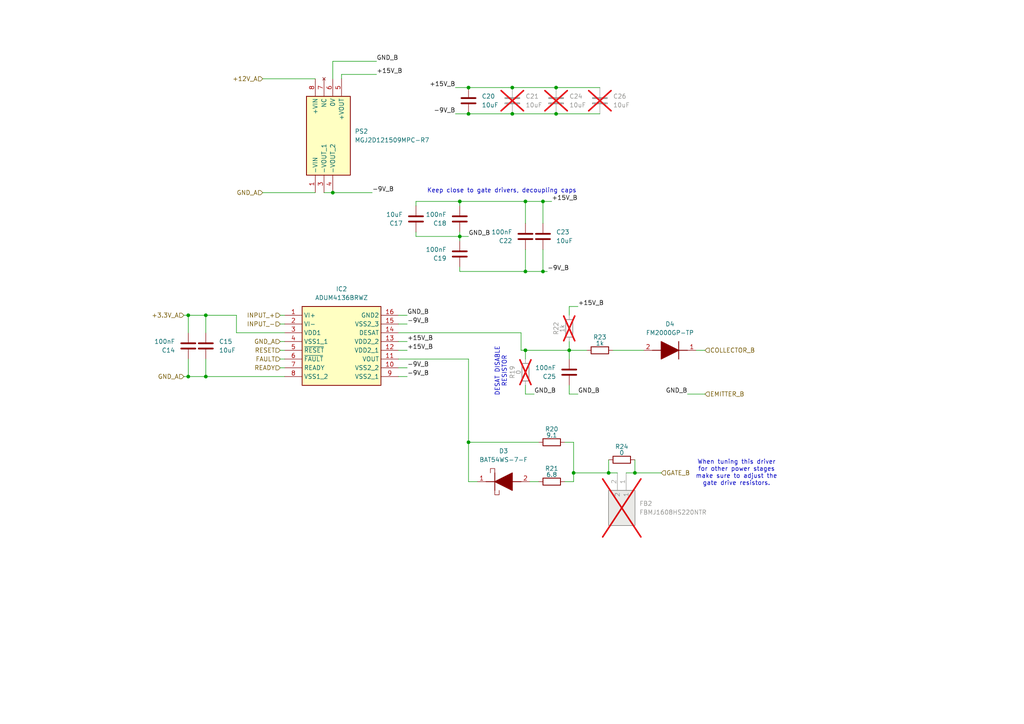
<source format=kicad_sch>
(kicad_sch (version 20250114) (generator "eeschema") (generator_version "9.0")
  (paper "A4")
  (lib_symbols
    (symbol "Device:C" (pin_numbers (hide yes)) (pin_names (offset 0.254))
      (property "Reference" "C" (at 0.635 2.54 0))
      (property "Value" "C" (at 0.635 -2.54 0))
      (symbol "C_0_1"
        (polyline (pts (xy -2.032 0.762) (xy 2.032 0.762)) (stroke (width 0.508)))
        (polyline (pts (xy -2.032 -0.762) (xy 2.032 -0.762)) (stroke (width 0.508)))
      )
      (symbol "C_1_1"
        (pin passive line (at 0 3.81 270) (length 2.794) (name "~") (number "1"))
        (pin passive line (at 0 -3.81 90) (length 2.794) (name "~") (number "2"))
      )
    )
    (symbol "Device:R" (pin_numbers (hide yes)) (pin_names (offset 0))
      (property "Reference" "R" (at 2.032 0 90))
      (property "Value" "R" (at 0 0 90))
      (symbol "R_0_1"
        (rectangle (start -1.016 -2.54) (end 1.016 2.54) (stroke (width 0.254)))
      )
      (symbol "R_1_1"
        (pin passive line (at 0 3.81 270) (length 1.27) (name "~") (number "1"))
        (pin passive line (at 0 -3.81 90) (length 1.27) (name "~") (number "2"))
      )
    )
    (symbol "InverterCom:ADUM4136BRWZ"
      (property "Reference" "IC" (at 29.21 7.62 0))
      (property "Value" "ADUM4136BRWZ" (at 29.21 5.08 0))
      (symbol "ADUM4136BRWZ_1_1"
        (rectangle (start 5.08 2.54) (end 27.94 -20.32) (stroke (width 0.254)) (fill (type background)))
        (pin input line (at 0 0 0) (length 5.08) (name "VI+") (number "1"))
        (pin input line (at 0 -2.54 0) (length 5.08) (name "VI-") (number "2"))
        (pin power_in line (at 0 -5.08 0) (length 5.08) (name "VDD1") (number "3"))
        (pin power_in line (at 0 -7.62 0) (length 5.08) (name "VSS1_1") (number "4"))
        (pin input line (at 0 -10.16 0) (length 5.08) (name "~{RESET}") (number "5"))
        (pin open_collector line (at 0 -12.7 0) (length 5.08) (name "~{FAULT}") (number "6"))
        (pin open_collector line (at 0 -15.24 0) (length 5.08) (name "READY") (number "7"))
        (pin power_in line (at 0 -17.78 0) (length 5.08) (name "VSS1_2") (number "8"))
        (pin power_in line (at 33.02 0 180) (length 5.08) (name "GND2") (number "16"))
        (pin power_in line (at 33.02 -2.54 180) (length 5.08) (name "VSS2_3") (number "15"))
        (pin input line (at 33.02 -5.08 180) (length 5.08) (name "DESAT") (number "14"))
        (pin power_in line (at 33.02 -7.62 180) (length 5.08) (name "VDD2_2") (number "13"))
        (pin power_in line (at 33.02 -10.16 180) (length 5.08) (name "VDD2_1") (number "12"))
        (pin output line (at 33.02 -12.7 180) (length 5.08) (name "VOUT") (number "11"))
        (pin power_in line (at 33.02 -15.24 180) (length 5.08) (name "VSS2_2") (number "10"))
        (pin power_in line (at 33.02 -17.78 180) (length 5.08) (name "VSS2_1") (number "9"))
      )
    )
    (symbol "InverterCom:BAT54WS-7-F" (pin_names (hide yes))
      (property "Reference" "D" (at 11.43 5.08 0))
      (property "Value" "BAT54WS-7-F" (at 11.43 2.54 0))
      (symbol "BAT54WS-7-F_0_1"
        (polyline (pts (xy 5.08 2.54) (xy 5.08 3.81) (xy 3.81 3.81) (xy 3.81 2.54)))
        (polyline (pts (xy 5.08 -2.54) (xy 5.08 -3.81) (xy 6.35 -3.81) (xy 6.35 -2.54)))
      )
      (symbol "BAT54WS-7-F_1_1"
        (polyline (pts (xy 2.54 0) (xy 5.08 0)) (stroke (width 0.254)))
        (polyline (pts (xy 5.08 2.54) (xy 5.08 -2.54)) (stroke (width 0.254)))
        (polyline (pts (xy 5.08 0) (xy 10.16 2.54) (xy 10.16 -2.54) (xy 5.08 0)) (stroke (width 0.254)) (fill (type outline)))
        (polyline (pts (xy 10.16 0) (xy 12.7 0)) (stroke (width 0.254)))
        (pin passive line (at 0 0 0) (length 2.54) (name "K") (number "1"))
        (pin passive line (at 15.24 0 180) (length 2.54) (name "A") (number "2"))
      )
    )
    (symbol "InverterCom:FBMJ1608HS220NTR"
      (property "Reference" "FB" (at 16.51 7.62 0))
      (property "Value" "FBMJ1608HS220NTR" (at 16.51 5.08 0))
      (symbol "FBMJ1608HS220NTR_1_1"
        (rectangle (start 5.08 2.54) (end 15.24 -5.08) (stroke (width 0.254)) (fill (type background)))
        (pin passive line (at 0 0 0) (length 5.08) (name "1") (number "1"))
        (pin passive line (at 0 -2.54 0) (length 5.08) (name "2") (number "2"))
      )
    )
    (symbol "InverterCom:FM2000GP-TP" (pin_names (hide yes))
      (property "Reference" "D" (at 11.43 5.08 0))
      (property "Value" "FM2000GP-TP" (at 11.43 2.54 0))
      (symbol "FM2000GP-TP_1_1"
        (polyline (pts (xy 2.54 0) (xy 5.08 0)) (stroke (width 0.254)))
        (polyline (pts (xy 5.08 2.54) (xy 5.08 -2.54)) (stroke (width 0.254)))
        (polyline (pts (xy 5.08 0) (xy 10.16 2.54) (xy 10.16 -2.54) (xy 5.08 0)) (stroke (width 0.254)) (fill (type outline)))
        (polyline (pts (xy 10.16 0) (xy 12.7 0)) (stroke (width 0.254)))
        (pin passive line (at 0 0 0) (length 2.54) (name "K") (number "1"))
        (pin passive line (at 15.24 0 180) (length 2.54) (name "A") (number "2"))
      )
    )
    (symbol "InverterCom:MGJ2D121509MPC-R7"
      (property "Reference" "PS" (at 29.21 7.62 0))
      (property "Value" "MGJ2D121509MPC-R7" (at 29.21 5.08 0))
      (symbol "MGJ2D121509MPC-R7_1_1"
        (rectangle (start 5.08 2.54) (end 27.94 -10.16) (stroke (width 0.254)) (fill (type background)))
        (pin power_in line (at 0 0 0) (length 5.08) (name "-VIN") (number "1"))
        (pin power_out line (at 0 -2.54 0) (length 5.08) (name "-VOUT_1") (number "3"))
        (pin passive line (at 0 -5.08 0) (length 5.08) (name "-VOUT_2") (number "4"))
        (pin power_in line (at 33.02 0 180) (length 5.08) (name "+VIN") (number "8"))
        (pin no_connect line (at 33.02 -2.54 180) (length 5.08) (name "NC") (number "7"))
        (pin power_out line (at 33.02 -5.08 180) (length 5.08) (name "0V") (number "6"))
        (pin power_out line (at 33.02 -7.62 180) (length 5.08) (name "+VOUT") (number "5"))
      )
    )
  )
  (text "DESAT DISABLE\nRESISTOR" (at 145.288 107.696 90) (effects (font (size 1.27 1.27))))
  (text "When tuning this driver\nfor other power stages\nmake sure to adjust the\ngate drive resistors." (at 213.614 137.16 0) (effects (font (size 1.27 1.27))))
  (text "Keep close to gate drivers, decoupling caps" (at 145.542 55.372 0) (effects (font (size 1.27 1.27))))
  (junction (at 161.29 25.4))
  (junction (at 152.4 58.42))
  (junction (at 135.89 33.02))
  (junction (at 176.53 137.16))
  (junction (at 148.59 25.4))
  (junction (at 59.69 109.22))
  (junction (at 133.35 58.42))
  (junction (at 133.35 68.58))
  (junction (at 59.69 91.44))
  (junction (at 96.52 55.88))
  (junction (at 54.61 91.44))
  (junction (at 148.59 33.02))
  (junction (at 135.89 128.27))
  (junction (at 166.37 137.16))
  (junction (at 152.4 101.6))
  (junction (at 157.48 78.74))
  (junction (at 152.4 78.74))
  (junction (at 54.61 109.22))
  (junction (at 157.48 58.42))
  (junction (at 135.89 25.4))
  (junction (at 184.15 137.16))
  (junction (at 165.1 101.6))
  (junction (at 161.29 33.02))
  (wire (pts (xy 118.11 101.6) (xy 115.57 101.6)))
  (wire (pts (xy 68.58 91.44) (xy 68.58 96.52)))
  (wire (pts (xy 157.48 58.42) (xy 160.02 58.42)))
  (wire (pts (xy 54.61 91.44) (xy 59.69 91.44)))
  (wire (pts (xy 59.69 91.44) (xy 68.58 91.44)))
  (wire (pts (xy 163.83 139.7) (xy 166.37 139.7)))
  (wire (pts (xy 135.89 33.02) (xy 148.59 33.02)))
  (wire (pts (xy 177.8 101.6) (xy 186.69 101.6)))
  (wire (pts (xy 82.55 104.14) (xy 81.28 104.14)))
  (wire (pts (xy 96.52 55.88) (xy 107.95 55.88)))
  (wire (pts (xy 165.1 88.9) (xy 165.1 91.44)))
  (wire (pts (xy 133.35 67.31) (xy 133.35 68.58)))
  (wire (pts (xy 133.35 68.58) (xy 135.89 68.58)))
  (wire (pts (xy 109.22 21.59) (xy 99.06 21.59)))
  (wire (pts (xy 120.65 58.42) (xy 120.65 59.69)))
  (wire (pts (xy 133.35 78.74) (xy 133.35 77.47)))
  (wire (pts (xy 165.1 114.3) (xy 165.1 111.76)))
  (wire (pts (xy 54.61 109.22) (xy 59.69 109.22)))
  (wire (pts (xy 151.13 96.52) (xy 151.13 101.6)))
  (wire (pts (xy 152.4 78.74) (xy 157.48 78.74)))
  (wire (pts (xy 157.48 72.39) (xy 157.48 78.74)))
  (wire (pts (xy 118.11 99.06) (xy 115.57 99.06)))
  (wire (pts (xy 82.55 99.06) (xy 81.28 99.06)))
  (wire (pts (xy 76.2 55.88) (xy 91.44 55.88)))
  (wire (pts (xy 132.08 25.4) (xy 135.89 25.4)))
  (wire (pts (xy 157.48 78.74) (xy 158.75 78.74)))
  (wire (pts (xy 82.55 106.68) (xy 81.28 106.68)))
  (wire (pts (xy 54.61 91.44) (xy 54.61 96.52)))
  (wire (pts (xy 176.53 133.35) (xy 176.53 137.16)))
  (wire (pts (xy 135.89 25.4) (xy 148.59 25.4)))
  (wire (pts (xy 59.69 91.44) (xy 59.69 96.52)))
  (wire (pts (xy 165.1 101.6) (xy 165.1 99.06)))
  (wire (pts (xy 135.89 128.27) (xy 156.21 128.27)))
  (wire (pts (xy 109.22 17.78) (xy 96.52 17.78)))
  (wire (pts (xy 99.06 21.59) (xy 99.06 22.86)))
  (wire (pts (xy 148.59 33.02) (xy 161.29 33.02)))
  (wire (pts (xy 54.61 104.14) (xy 54.61 109.22)))
  (wire (pts (xy 166.37 128.27) (xy 166.37 137.16)))
  (wire (pts (xy 132.08 33.02) (xy 135.89 33.02)))
  (wire (pts (xy 120.65 58.42) (xy 133.35 58.42)))
  (wire (pts (xy 161.29 33.02) (xy 173.99 33.02)))
  (wire (pts (xy 115.57 104.14) (xy 135.89 104.14)))
  (wire (pts (xy 184.15 137.16) (xy 181.61 137.16)))
  (wire (pts (xy 82.55 101.6) (xy 81.28 101.6)))
  (wire (pts (xy 161.29 25.4) (xy 173.99 25.4)))
  (wire (pts (xy 135.89 139.7) (xy 135.89 128.27)))
  (wire (pts (xy 176.53 137.16) (xy 179.07 137.16)))
  (wire (pts (xy 152.4 101.6) (xy 165.1 101.6)))
  (wire (pts (xy 148.59 25.4) (xy 161.29 25.4)))
  (wire (pts (xy 118.11 109.22) (xy 115.57 109.22)))
  (wire (pts (xy 115.57 91.44) (xy 118.11 91.44)))
  (wire (pts (xy 76.2 22.86) (xy 91.44 22.86)))
  (wire (pts (xy 59.69 109.22) (xy 82.55 109.22)))
  (wire (pts (xy 135.89 104.14) (xy 135.89 128.27)))
  (wire (pts (xy 115.57 96.52) (xy 151.13 96.52)))
  (wire (pts (xy 201.93 101.6) (xy 204.47 101.6)))
  (wire (pts (xy 133.35 58.42) (xy 152.4 58.42)))
  (wire (pts (xy 82.55 93.98) (xy 81.28 93.98)))
  (wire (pts (xy 68.58 96.52) (xy 82.55 96.52)))
  (wire (pts (xy 170.18 101.6) (xy 165.1 101.6)))
  (wire (pts (xy 96.52 17.78) (xy 96.52 22.86)))
  (wire (pts (xy 138.43 139.7) (xy 135.89 139.7)))
  (wire (pts (xy 152.4 72.39) (xy 152.4 78.74)))
  (wire (pts (xy 191.77 137.16) (xy 184.15 137.16)))
  (wire (pts (xy 118.11 106.68) (xy 115.57 106.68)))
  (wire (pts (xy 133.35 69.85) (xy 133.35 68.58)))
  (wire (pts (xy 166.37 137.16) (xy 176.53 137.16)))
  (wire (pts (xy 157.48 58.42) (xy 157.48 64.77)))
  (wire (pts (xy 59.69 104.14) (xy 59.69 109.22)))
  (wire (pts (xy 152.4 58.42) (xy 157.48 58.42)))
  (wire (pts (xy 151.13 101.6) (xy 152.4 101.6)))
  (wire (pts (xy 184.15 133.35) (xy 184.15 137.16)))
  (wire (pts (xy 165.1 101.6) (xy 165.1 104.14)))
  (wire (pts (xy 152.4 101.6) (xy 152.4 104.14)))
  (wire (pts (xy 163.83 128.27) (xy 166.37 128.27)))
  (wire (pts (xy 153.67 139.7) (xy 156.21 139.7)))
  (wire (pts (xy 53.34 91.44) (xy 54.61 91.44)))
  (wire (pts (xy 152.4 58.42) (xy 152.4 64.77)))
  (wire (pts (xy 133.35 58.42) (xy 133.35 59.69)))
  (wire (pts (xy 199.39 114.3) (xy 204.47 114.3)))
  (wire (pts (xy 167.64 88.9) (xy 165.1 88.9)))
  (wire (pts (xy 120.65 68.58) (xy 133.35 68.58)))
  (wire (pts (xy 167.64 114.3) (xy 165.1 114.3)))
  (wire (pts (xy 152.4 111.76) (xy 152.4 114.3)))
  (wire (pts (xy 53.34 109.22) (xy 54.61 109.22)))
  (wire (pts (xy 152.4 114.3) (xy 154.94 114.3)))
  (wire (pts (xy 120.65 67.31) (xy 120.65 68.58)))
  (wire (pts (xy 115.57 93.98) (xy 118.11 93.98)))
  (wire (pts (xy 166.37 137.16) (xy 166.37 139.7)))
  (wire (pts (xy 93.98 55.88) (xy 96.52 55.88)))
  (wire (pts (xy 82.55 91.44) (xy 81.28 91.44)))
  (wire (pts (xy 133.35 78.74) (xy 152.4 78.74)))
  (label "GND_B" (at 167.64 114.3 0))
  (label "-9V_B" (at 107.95 55.88 0))
  (label "-9V_B" (at 118.11 106.68 0))
  (label "-9V_B" (at 118.11 93.98 0))
  (label "-9V_B" (at 118.11 109.22 0))
  (label "+15V_B" (at 118.11 101.6 0))
  (label "GND_B" (at 154.94 114.3 0))
  (label "GND_B" (at 118.11 91.44 0))
  (label "+15V_B" (at 118.11 99.06 0))
  (label "GND_B" (at 199.39 114.3 180))
  (label "+15V_B" (at 132.08 25.4 180))
  (label "+15V_B" (at 160.02 58.42 0))
  (label "GND_B" (at 135.89 68.58 0))
  (label "+15V_B" (at 167.64 88.9 0))
  (label "-9V_B" (at 132.08 33.02 180))
  (label "GND_B" (at 109.22 17.78 0))
  (label "+15V_B" (at 109.22 21.59 0))
  (label "-9V_B" (at 158.75 78.74 0))
  (hierarchical_label "INPUT_+" (shape input) (at 81.28 91.44 180))
  (hierarchical_label "+3.3V_A" (shape input) (at 53.34 91.44 180))
  (hierarchical_label "FAULT" (shape input) (at 81.28 104.14 180))
  (hierarchical_label "RESET" (shape input) (at 81.28 101.6 180))
  (hierarchical_label "COLLECTOR_B" (shape input) (at 204.47 101.6 0))
  (hierarchical_label "GND_A" (shape input) (at 53.34 109.22 180))
  (hierarchical_label "GATE_B" (shape input) (at 191.77 137.16 0))
  (hierarchical_label "GND_A" (shape input) (at 76.2 55.88 180))
  (hierarchical_label "INPUT_-" (shape input) (at 81.28 93.98 180))
  (hierarchical_label "+12V_A" (shape input) (at 76.2 22.86 180))
  (hierarchical_label "EMITTER_B" (shape input) (at 204.47 114.3 0))
  (hierarchical_label "READY" (shape input) (at 81.28 106.68 180))
  (hierarchical_label "GND_A" (shape input) (at 81.28 99.06 180))
  (symbol (lib_id "Device:C") (at 133.35 73.66 180) (unit 1)
    (property "Reference" "C6" (at 129.54 74.9301 0) (effects (justify left)))
    (property "Value" "100nF" (at 129.54 72.39 0) (effects (justify left)))
    (property "Footprint" "Capacitor_SMD:C_1210_3225Metric_Pad1.33x2.70mm_HandSolder" (effects (hide yes)))
    (property "Description" "Unpolarized capacitor" (effects (hide yes)))
    (instances (project "GateDriver" (path "" (reference "C19") (unit 1)) (path "" (reference "C6") (unit 1))))
  )
  (symbol (lib_id "Device:C") (at 157.48 68.58 0) (unit 1)
    (property "Reference" "C10" (at 161.29 67.3099 0) (effects (justify left)))
    (property "Value" "10uF" (at 161.29 69.8499 0) (effects (justify left)))
    (property "Footprint" "Capacitor_SMD:C_1210_3225Metric_Pad1.33x2.70mm_HandSolder" (effects (hide yes)))
    (property "Description" "Unpolarized capacitor" (effects (hide yes)))
    (instances (project "GateDriver" (path "" (reference "C23") (unit 1)) (path "" (reference "C10") (unit 1))))
  )
  (symbol (lib_id "Device:C") (at 173.99 29.21 0) (unit 1) (dnp yes)
    (property "Reference" "C13" (at 177.8 27.9399 0) (effects (justify left)))
    (property "Value" "10uF" (at 177.8 30.4799 0) (effects (justify left)))
    (property "Footprint" "Capacitor_SMD:C_1210_3225Metric_Pad1.33x2.70mm_HandSolder" (effects (hide yes)))
    (property "Description" "Unpolarized capacitor" (effects (hide yes)))
    (instances (project "GateDriver" (path "" (reference "C26") (unit 1)) (path "" (reference "C13") (unit 1))))
  )
  (symbol (lib_id "InverterCom:BAT54WS-7-F") (at 138.43 139.7 0) (unit 1)
    (property "Reference" "D1" (at 146.05 130.81 0))
    (property "Value" "BAT54WS-7-F" (at 146.05 133.35 0))
    (property "Footprint" "InverterCom:SOD2513X120N" (effects (hide yes)))
    (property "Datasheet" "https://www.diodes.com//assets/Datasheets/BAT54WS.pdf" (effects (hide yes)))
    (property "Description" "Diodes Inc BAT54WS-7-F, SMT Schottky Switching Diode, 30V 200mA, 5ns, 2-Pin SOD-323" (effects (hide yes)))
    (property "Height" "1.2" (effects (hide yes)))
    (property "Mouser Part Number" "621-BAT54WS-F" (effects (hide yes)))
    (property "Mouser Price/Stock" "https://www.mouser.co.uk/ProductDetail/Diodes-Incorporated/BAT54WS-7-F?qs=BJo294706GxanB6a%2FKrrdw%3D%3D" (effects (hide yes)))
    (property "Manufacturer_Name" "Diodes Incorporated" (effects (hide yes)))
    (property "Manufacturer_Part_Number" "BAT54WS-7-F" (effects (hide yes)))
    (instances (project "GateDriver" (path "" (reference "D3") (unit 1)) (path "" (reference "D1") (unit 1))))
  )
  (symbol (lib_id "Device:R") (at 173.99 101.6 270) (unit 1)
    (property "Reference" "R13" (at 173.99 97.79 90))
    (property "Value" "1k" (at 173.99 99.568 90))
    (property "Footprint" "Resistor_SMD:R_1210_3225Metric_Pad1.30x2.65mm_HandSolder" (effects (hide yes)))
    (property "Description" "Resistor" (effects (hide yes)))
    (instances (project "GateDriver" (path "" (reference "R23") (unit 1)) (path "" (reference "R13") (unit 1))))
  )
  (symbol (lib_id "Device:C") (at 165.1 107.95 180) (unit 1)
    (property "Reference" "C12" (at 161.29 109.2201 0) (effects (justify left)))
    (property "Value" "100nF" (at 161.29 106.68 0) (effects (justify left)))
    (property "Footprint" "Capacitor_SMD:C_1210_3225Metric_Pad1.33x2.70mm_HandSolder" (effects (hide yes)))
    (property "Description" "Unpolarized capacitor" (effects (hide yes)))
    (instances (project "GateDriver" (path "" (reference "C25") (unit 1)) (path "" (reference "C12") (unit 1))))
  )
  (symbol (lib_id "Device:C") (at 135.89 29.21 0) (unit 1)
    (property "Reference" "C7" (at 139.7 27.9399 0) (effects (justify left)))
    (property "Value" "10uF" (at 139.7 30.4799 0) (effects (justify left)))
    (property "Footprint" "Capacitor_SMD:C_1210_3225Metric_Pad1.33x2.70mm_HandSolder" (effects (hide yes)))
    (property "Description" "Unpolarized capacitor" (effects (hide yes)))
    (instances (project "GateDriver" (path "" (reference "C20") (unit 1)) (path "" (reference "C7") (unit 1))))
  )
  (symbol (lib_id "Device:C") (at 120.65 63.5 180) (unit 1)
    (property "Reference" "C4" (at 116.84 64.7701 0) (effects (justify left)))
    (property "Value" "10uF" (at 116.84 62.23 0) (effects (justify left)))
    (property "Footprint" "Capacitor_SMD:C_1210_3225Metric_Pad1.33x2.70mm_HandSolder" (effects (hide yes)))
    (property "Description" "Unpolarized capacitor" (effects (hide yes)))
    (instances (project "GateDriver" (path "" (reference "C17") (unit 1)) (path "" (reference "C4") (unit 1))))
  )
  (symbol (lib_id "Device:C") (at 59.69 100.33 0) (unit 1)
    (property "Reference" "C2" (at 63.5 99.0599 0) (effects (justify left)))
    (property "Value" "10uF" (at 63.5 101.5999 0) (effects (justify left)))
    (property "Footprint" "Capacitor_SMD:C_1210_3225Metric_Pad1.33x2.70mm_HandSolder" (effects (hide yes)))
    (property "Description" "Unpolarized capacitor" (effects (hide yes)))
    (instances (project "GateDriver" (path "" (reference "C15") (unit 1)) (path "" (reference "C2") (unit 1))))
  )
  (symbol (lib_id "InverterCom:MGJ2D121509MPC-R7") (at 91.44 55.88 90) (unit 1)
    (property "Reference" "PS1" (at 102.87 38.0999 90) (effects (justify right)))
    (property "Value" "MGJ2D121509MPC-R7" (at 102.87 40.6399 90) (effects (justify right)))
    (property "Footprint" "InverterCom:MGJ2D121509MPCR7" (effects (hide yes)))
    (property "Datasheet" "https://www.mouser.jp/datasheet/2/281/1/KDC_MGJ2SM-2941076.pdf" (effects (hide yes)))
    (property "Description" "Isolated DC/DC Converters DC/DC 1W SM 12-15/9V 5.2KV" (effects (hide yes)))
    (property "Height" "4.84" (effects (hide yes)))
    (property "Mouser Part Number" "580-MGJ2D121509MPCR7" (effects (hide yes)))
    (property "Mouser Price/Stock" "https://www.mouser.co.uk/ProductDetail/Murata-Power-Solutions/MGJ2D121509MPC-R7?qs=QNEnbhJQKva%252B8ZMbPXWu1Q%3D%3D" (effects (hide yes)))
    (property "Manufacturer_Name" "Murata Electronics" (effects (hide yes)))
    (property "Manufacturer_Part_Number" "MGJ2D121509MPC-R7" (effects (hide yes)))
    (instances (project "GateDriver" (path "" (reference "PS2") (unit 1)) (path "" (reference "PS1") (unit 1))))
  )
  (symbol (lib_id "Device:C") (at 133.35 63.5 180) (unit 1)
    (property "Reference" "C5" (at 129.54 64.7701 0) (effects (justify left)))
    (property "Value" "100nF" (at 129.54 62.23 0) (effects (justify left)))
    (property "Footprint" "Capacitor_SMD:C_1210_3225Metric_Pad1.33x2.70mm_HandSolder" (effects (hide yes)))
    (property "Description" "Unpolarized capacitor" (effects (hide yes)))
    (instances (project "GateDriver" (path "" (reference "C18") (unit 1)) (path "" (reference "C5") (unit 1))))
  )
  (symbol (lib_id "InverterCom:FBMJ1608HS220NTR") (at 181.61 137.16 270) (unit 1) (dnp yes)
    (property "Reference" "FB1" (at 185.42 146.0499 90) (effects (justify left)))
    (property "Value" "FBMJ1608HS220NTR" (at 185.42 148.5899 90) (effects (justify left)))
    (property "Footprint" "InverterCom:BEADC1608X100N" (effects (hide yes)))
    (property "Description" "TAIYO YUDEN - FBMJ1608HS220NTR - FERRITE BEAD, 22 OHM, 7.5A, 0603" (effects (hide yes)))
    (property "Height" "1" (effects (hide yes)))
    (property "Mouser Part Number" "963-FBMJ1608HS220NTR" (effects (hide yes)))
    (property "Mouser Price/Stock" "https://www.mouser.co.uk/ProductDetail/TAIYO-YUDEN/FBMJ1608HS220NTR?qs=qEEMd6hQM8XfqBRLulOo%2FQ%3D%3D" (effects (hide yes)))
    (property "Manufacturer_Name" "TAIYO YUDEN" (effects (hide yes)))
    (property "Manufacturer_Part_Number" "FBMJ1608HS220NTR" (effects (hide yes)))
    (instances (project "GateDriver" (path "" (reference "FB2") (unit 1)) (path "" (reference "FB1") (unit 1))))
  )
  (symbol (lib_id "Device:R") (at 160.02 128.27 270) (unit 1)
    (property "Reference" "R10" (at 160.02 124.46 90))
    (property "Value" "9.1" (at 160.02 126.238 90))
    (property "Footprint" "Resistor_SMD:R_1210_3225Metric_Pad1.30x2.65mm_HandSolder" (effects (hide yes)))
    (property "Description" "Resistor" (effects (hide yes)))
    (instances (project "GateDriver" (path "" (reference "R20") (unit 1)) (path "" (reference "R10") (unit 1))))
  )
  (symbol (lib_id "Device:C") (at 54.61 100.33 180) (unit 1)
    (property "Reference" "C1" (at 50.8 101.6001 0) (effects (justify left)))
    (property "Value" "100nF" (at 50.8 99.06 0) (effects (justify left)))
    (property "Footprint" "Capacitor_SMD:C_1210_3225Metric_Pad1.33x2.70mm_HandSolder" (effects (hide yes)))
    (property "Description" "Unpolarized capacitor" (effects (hide yes)))
    (instances (project "GateDriver" (path "" (reference "C14") (unit 1)) (path "" (reference "C1") (unit 1))))
  )
  (symbol (lib_id "InverterCom:ADUM4136BRWZ") (at 82.55 91.44 0) (unit 1)
    (property "Reference" "IC1" (at 99.06 83.82 0))
    (property "Value" "ADUM4136BRWZ" (at 99.06 86.36 0))
    (property "Footprint" "InverterCom:SOIC127P1032X265-16N" (effects (hide yes)))
    (property "Datasheet" "https://datasheet.datasheetarchive.com/originals/distributors/DKDS-11/217546.pdf" (effects (hide yes)))
    (property "Description" "Analog Devices ADUM4136BRWZ Isolated Gate Driver MOSFET Power Driver, 4A 16-Pin, SOIC" (effects (hide yes)))
    (property "Height" "2.65" (effects (hide yes)))
    (property "Mouser Part Number" "584-ADUM4136BRWZ" (effects (hide yes)))
    (property "Mouser Price/Stock" "https://www.mouser.co.uk/ProductDetail/Analog-Devices/ADUM4136BRWZ?qs=k%252BwXAfPrzCnA9iFf%252BwzfLg%3D%3D" (effects (hide yes)))
    (property "Manufacturer_Name" "Analog Devices" (effects (hide yes)))
    (property "Manufacturer_Part_Number" "ADUM4136BRWZ" (effects (hide yes)))
    (instances (project "GateDriver" (path "" (reference "IC2") (unit 1)) (path "" (reference "IC1") (unit 1))))
  )
  (symbol (lib_id "Device:R") (at 152.4 107.95 0) (unit 1) (dnp yes)
    (property "Reference" "R9" (at 148.59 107.95 90))
    (property "Value" "0" (at 150.368 107.95 90))
    (property "Footprint" "Resistor_SMD:R_1210_3225Metric_Pad1.30x2.65mm_HandSolder" (effects (hide yes)))
    (property "Description" "Resistor" (effects (hide yes)))
    (instances (project "GateDriver" (path "" (reference "R19") (unit 1)) (path "" (reference "R9") (unit 1))))
  )
  (symbol (lib_id "Device:R") (at 160.02 139.7 270) (unit 1)
    (property "Reference" "R11" (at 160.02 135.89 90))
    (property "Value" "6.8" (at 160.02 137.668 90))
    (property "Footprint" "Resistor_SMD:R_1210_3225Metric_Pad1.30x2.65mm_HandSolder" (effects (hide yes)))
    (property "Description" "Resistor" (effects (hide yes)))
    (instances (project "GateDriver" (path "" (reference "R21") (unit 1)) (path "" (reference "R11") (unit 1))))
  )
  (symbol (lib_id "InverterCom:FM2000GP-TP") (at 201.93 101.6 180) (unit 1)
    (property "Reference" "D2" (at 194.31 93.98 0))
    (property "Value" "FM2000GP-TP" (at 194.31 96.52 0))
    (property "Footprint" "InverterCom:DIOM5226X244N" (effects (hide yes)))
    (property "Datasheet" "https://www.mccsemi.com/pdf/Products/FM2000GP(SMA).pdf" (effects (hide yes)))
    (property "Description" "Fast Recovery Rectifiers" (effects (hide yes)))
    (property "Height" "2.44" (effects (hide yes)))
    (property "Mouser Part Number" "833-FM2000GP-TP" (effects (hide yes)))
    (property "Mouser Price/Stock" "https://www.mouser.co.uk/ProductDetail/Micro-Commercial-Components-MCC/FM2000GP-TP?qs=y6ZabgHbY%252BxF9Taq4zonHw%3D%3D" (effects (hide yes)))
    (property "Manufacturer_Name" "MCC" (effects (hide yes)))
    (property "Manufacturer_Part_Number" "FM2000GP-TP" (effects (hide yes)))
    (instances (project "GateDriver" (path "" (reference "D4") (unit 1)) (path "" (reference "D2") (unit 1))))
  )
  (symbol (lib_id "Device:R") (at 165.1 95.25 0) (unit 1) (dnp yes)
    (property "Reference" "R12" (at 161.29 95.25 90))
    (property "Value" "1k" (at 163.068 95.25 90))
    (property "Footprint" "Resistor_SMD:R_1210_3225Metric_Pad1.30x2.65mm_HandSolder" (effects (hide yes)))
    (property "Description" "Resistor" (effects (hide yes)))
    (instances (project "GateDriver" (path "" (reference "R22") (unit 1)) (path "" (reference "R12") (unit 1))))
  )
  (symbol (lib_id "Device:C") (at 161.29 29.21 0) (unit 1) (dnp yes)
    (property "Reference" "C11" (at 165.1 27.9399 0) (effects (justify left)))
    (property "Value" "10uF" (at 165.1 30.4799 0) (effects (justify left)))
    (property "Footprint" "Capacitor_SMD:C_1210_3225Metric_Pad1.33x2.70mm_HandSolder" (effects (hide yes)))
    (property "Description" "Unpolarized capacitor" (effects (hide yes)))
    (instances (project "GateDriver" (path "" (reference "C24") (unit 1)) (path "" (reference "C11") (unit 1))))
  )
  (symbol (lib_id "Device:C") (at 148.59 29.21 0) (unit 1) (dnp yes)
    (property "Reference" "C8" (at 152.4 27.9399 0) (effects (justify left)))
    (property "Value" "10uF" (at 152.4 30.4799 0) (effects (justify left)))
    (property "Footprint" "Capacitor_SMD:C_1210_3225Metric_Pad1.33x2.70mm_HandSolder" (effects (hide yes)))
    (property "Description" "Unpolarized capacitor" (effects (hide yes)))
    (instances (project "GateDriver" (path "" (reference "C21") (unit 1)) (path "" (reference "C8") (unit 1))))
  )
  (symbol (lib_id "Device:C") (at 152.4 68.58 180) (unit 1)
    (property "Reference" "C9" (at 148.59 69.8501 0) (effects (justify left)))
    (property "Value" "100nF" (at 148.59 67.31 0) (effects (justify left)))
    (property "Footprint" "Capacitor_SMD:C_1210_3225Metric_Pad1.33x2.70mm_HandSolder" (effects (hide yes)))
    (property "Description" "Unpolarized capacitor" (effects (hide yes)))
    (instances (project "GateDriver" (path "" (reference "C22") (unit 1)) (path "" (reference "C9") (unit 1))))
  )
  (symbol (lib_id "Device:R") (at 180.34 133.35 270) (unit 1)
    (property "Reference" "R14" (at 180.34 129.54 90))
    (property "Value" "0" (at 180.34 131.318 90))
    (property "Footprint" "Resistor_SMD:R_1210_3225Metric_Pad1.30x2.65mm_HandSolder" (effects (hide yes)))
    (property "Description" "Resistor" (effects (hide yes)))
    (instances (project "GateDriver" (path "" (reference "R24") (unit 1)) (path "" (reference "R14") (unit 1))))
  )
)
</source>
